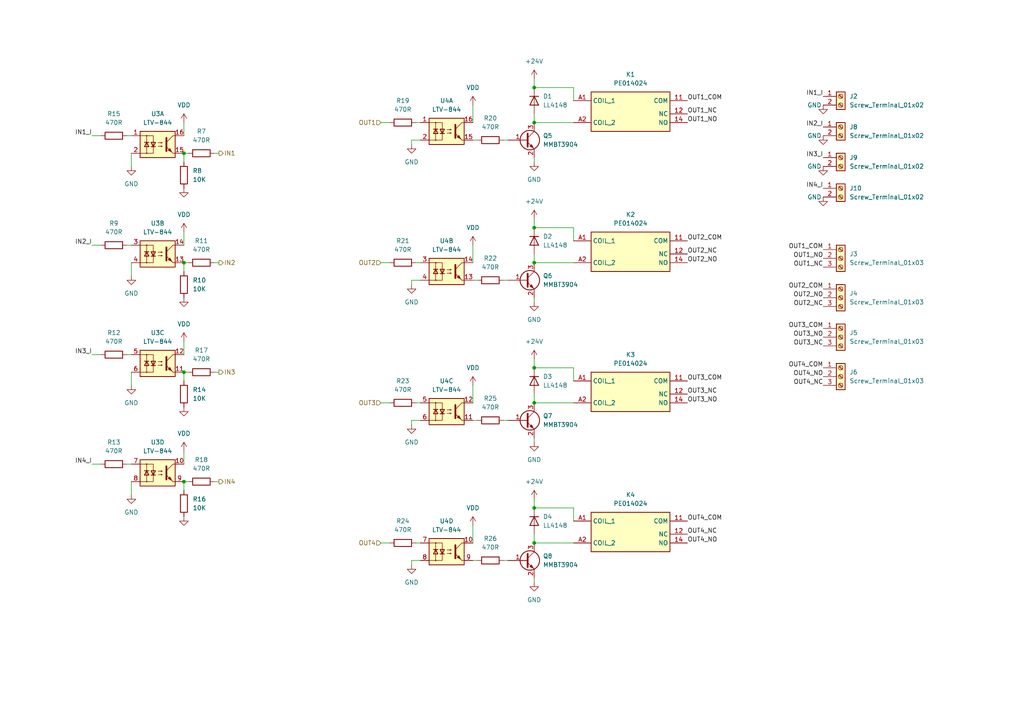
<source format=kicad_sch>
(kicad_sch (version 20230121) (generator eeschema)
  (paper "A4")
  (lib_symbols
    (symbol "Connector:Screw_Terminal_01x02" (pin_names (offset 1.016) hide)
      (property "Reference" "J" (at 0 2.54 0))
      (property "Value" "Screw_Terminal_01x02" (at 0 -5.08 0))
      (symbol "Screw_Terminal_01x02_1_1"
        (rectangle (start -1.27 1.27) (end 1.27 -3.81) (stroke (width 0.254)) (fill (type background)))
        (circle (center 0 -2.54) (radius 0.635) (stroke (width 0.1524)))
        (polyline (pts (xy -0.5334 -2.2098) (xy 0.3302 -3.048)) (stroke (width 0.1524)))
        (polyline (pts (xy -0.5334 0.3302) (xy 0.3302 -0.508)) (stroke (width 0.1524)))
        (polyline (pts (xy -0.3556 -2.032) (xy 0.508 -2.8702)) (stroke (width 0.1524)))
        (polyline (pts (xy -0.3556 0.508) (xy 0.508 -0.3302)) (stroke (width 0.1524)))
        (circle (center 0 0) (radius 0.635) (stroke (width 0.1524)))
        (pin passive line (at -5.08 0 0) (length 3.81) (name "Pin_1") (number "1"))
        (pin passive line (at -5.08 -2.54 0) (length 3.81) (name "Pin_2") (number "2"))
      )
    )
    (symbol "Connector:Screw_Terminal_01x03" (pin_names (offset 1.016) hide)
      (property "Reference" "J" (at 0 5.08 0))
      (property "Value" "Screw_Terminal_01x03" (at 0 -5.08 0))
      (symbol "Screw_Terminal_01x03_1_1"
        (rectangle (start -1.27 3.81) (end 1.27 -3.81) (stroke (width 0.254)) (fill (type background)))
        (circle (center 0 -2.54) (radius 0.635) (stroke (width 0.1524)))
        (polyline (pts (xy -0.5334 -2.2098) (xy 0.3302 -3.048)) (stroke (width 0.1524)))
        (polyline (pts (xy -0.5334 0.3302) (xy 0.3302 -0.508)) (stroke (width 0.1524)))
        (polyline (pts (xy -0.5334 2.8702) (xy 0.3302 2.032)) (stroke (width 0.1524)))
        (polyline (pts (xy -0.3556 -2.032) (xy 0.508 -2.8702)) (stroke (width 0.1524)))
        (polyline (pts (xy -0.3556 0.508) (xy 0.508 -0.3302)) (stroke (width 0.1524)))
        (polyline (pts (xy -0.3556 3.048) (xy 0.508 2.2098)) (stroke (width 0.1524)))
        (circle (center 0 0) (radius 0.635) (stroke (width 0.1524)))
        (circle (center 0 2.54) (radius 0.635) (stroke (width 0.1524)))
        (pin passive line (at -5.08 2.54 0) (length 3.81) (name "Pin_1") (number "1"))
        (pin passive line (at -5.08 0 0) (length 3.81) (name "Pin_2") (number "2"))
        (pin passive line (at -5.08 -2.54 0) (length 3.81) (name "Pin_3") (number "3"))
      )
    )
    (symbol "Device:R" (pin_numbers hide) (pin_names (offset 0))
      (property "Reference" "R" (at 2.032 0 90))
      (property "Value" "R" (at 0 0 90))
      (symbol "R_0_1"
        (rectangle (start -1.016 -2.54) (end 1.016 2.54) (stroke (width 0.254)))
      )
      (symbol "R_1_1"
        (pin passive line (at 0 3.81 270) (length 1.27) (name "~") (number "1"))
        (pin passive line (at 0 -3.81 90) (length 1.27) (name "~") (number "2"))
      )
    )
    (symbol "Diode:LL4148" (pin_numbers hide) (pin_names hide)
      (property "Reference" "D" (at 0 2.54 0))
      (property "Value" "LL4148" (at 0 -2.54 0))
      (symbol "LL4148_0_1"
        (polyline (pts (xy -1.27 1.27) (xy -1.27 -1.27)) (stroke (width 0.254)))
        (polyline (pts (xy 1.27 0) (xy -1.27 0)))
        (polyline (pts (xy 1.27 1.27) (xy 1.27 -1.27) (xy -1.27 0) (xy 1.27 1.27)) (stroke (width 0.254)))
      )
      (symbol "LL4148_1_1"
        (pin passive line (at -3.81 0 0) (length 2.54) (name "K") (number "1"))
        (pin passive line (at 3.81 0 180) (length 2.54) (name "A") (number "2"))
      )
    )
    (symbol "Isolator:LTV-844" (pin_names (offset 1.016))
      (property "Reference" "U" (at -5.08 5.08 0))
      (property "Value" "LTV-844" (at 0 5.08 0))
      (symbol "LTV-844_0_1"
        (rectangle (start -5.08 3.81) (end 5.08 -3.81) (stroke (width 0.254)) (fill (type background)))
        (circle (center -3.175 -2.54) (radius 0.127))
        (circle (center -3.175 2.54) (radius 0.127))
        (polyline (pts (xy -3.81 0.635) (xy -2.54 0.635)) (stroke (width 0.254)))
        (polyline (pts (xy -3.175 0.635) (xy -3.175 -2.54)))
        (polyline (pts (xy -3.175 0.635) (xy -3.175 2.54)))
        (polyline (pts (xy -1.905 -0.635) (xy -0.635 -0.635)) (stroke (width 0.254)))
        (polyline (pts (xy 2.54 0.635) (xy 4.445 2.54)))
        (polyline (pts (xy 4.445 -2.54) (xy 2.54 -0.635)) (fill (type outline)))
        (polyline (pts (xy 4.445 -2.54) (xy 5.08 -2.54)))
        (polyline (pts (xy 4.445 2.54) (xy 5.08 2.54)))
        (polyline (pts (xy -5.08 2.54) (xy -1.27 2.54) (xy -1.27 -0.635)))
        (polyline (pts (xy -1.27 -0.635) (xy -1.27 -2.54) (xy -5.08 -2.54)))
        (polyline (pts (xy 2.54 1.905) (xy 2.54 -1.905) (xy 2.54 -1.905)) (stroke (width 0.508)))
        (polyline (pts (xy -3.175 0.635) (xy -3.81 -0.635) (xy -2.54 -0.635) (xy -3.175 0.635)) (stroke (width 0.254)))
        (polyline (pts (xy -1.27 -0.635) (xy -1.905 0.635) (xy -0.635 0.635) (xy -1.27 -0.635)) (stroke (width 0.254)))
        (polyline (pts (xy 0.127 -0.508) (xy 1.397 -0.508) (xy 1.016 -0.635) (xy 1.016 -0.381) (xy 1.397 -0.508)))
        (polyline (pts (xy 0.127 0.508) (xy 1.397 0.508) (xy 1.016 0.381) (xy 1.016 0.635) (xy 1.397 0.508)))
        (polyline (pts (xy 3.048 -1.651) (xy 3.556 -1.143) (xy 4.064 -2.159) (xy 3.048 -1.651) (xy 3.048 -1.651)) (fill (type outline)))
      )
      (symbol "LTV-844_1_1"
        (pin passive line (at -7.62 2.54 0) (length 2.54) (name "~") (number "1"))
        (pin passive line (at 7.62 -2.54 180) (length 2.54) (name "~") (number "15"))
        (pin passive line (at 7.62 2.54 180) (length 2.54) (name "~") (number "16"))
        (pin passive line (at -7.62 -2.54 0) (length 2.54) (name "~") (number "2"))
      )
      (symbol "LTV-844_2_1"
        (pin passive line (at 7.62 -2.54 180) (length 2.54) (name "~") (number "13"))
        (pin passive line (at 7.62 2.54 180) (length 2.54) (name "~") (number "14"))
        (pin passive line (at -7.62 2.54 0) (length 2.54) (name "~") (number "3"))
        (pin passive line (at -7.62 -2.54 0) (length 2.54) (name "~") (number "4"))
      )
      (symbol "LTV-844_3_1"
        (pin passive line (at 7.62 -2.54 180) (length 2.54) (name "~") (number "11"))
        (pin passive line (at 7.62 2.54 180) (length 2.54) (name "~") (number "12"))
        (pin passive line (at -7.62 2.54 0) (length 2.54) (name "~") (number "5"))
        (pin passive line (at -7.62 -2.54 0) (length 2.54) (name "~") (number "6"))
      )
      (symbol "LTV-844_4_1"
        (pin passive line (at 7.62 2.54 180) (length 2.54) (name "~") (number "10"))
        (pin passive line (at -7.62 2.54 0) (length 2.54) (name "~") (number "7"))
        (pin passive line (at -7.62 -2.54 0) (length 2.54) (name "~") (number "8"))
        (pin passive line (at 7.62 -2.54 180) (length 2.54) (name "~") (number "9"))
      )
    )
    (symbol "PE014024_2"
      (property "Reference" "K1" (at 16.51 7.62 0))
      (property "Value" "PE014024" (at 16.51 5.08 0))
      (symbol "PE014024_2_1_1"
        (rectangle (start 5.08 2.54) (end 27.94 -8.89) (stroke (width 0.254)) (fill (type background)))
        (pin passive line (at 33.02 0 180) (length 5.08) (name "COM") (number "11"))
        (pin passive line (at 33.02 -3.81 180) (length 5.08) (name "NC") (number "12"))
        (pin passive line (at 33.02 -6.35 180) (length 5.08) (name "NO") (number "14"))
        (pin passive line (at 0 0 0) (length 5.08) (name "COIL_1") (number "A1"))
        (pin passive line (at 0 -6.35 0) (length 5.08) (name "COIL_2") (number "A2"))
      )
    )
    (symbol "Transistor_BJT:MMBT3904" (pin_names (offset 0) hide)
      (property "Reference" "Q" (at 5.08 1.905 0))
      (property "Value" "MMBT3904" (at 5.08 0 0))
      (symbol "MMBT3904_0_1"
        (polyline (pts (xy 0.635 0.635) (xy 2.54 2.54)))
        (polyline (pts (xy 0.635 -0.635) (xy 2.54 -2.54) (xy 2.54 -2.54)))
        (polyline (pts (xy 0.635 1.905) (xy 0.635 -1.905) (xy 0.635 -1.905)) (stroke (width 0.508)))
        (polyline (pts (xy 1.27 -1.778) (xy 1.778 -1.27) (xy 2.286 -2.286) (xy 1.27 -1.778) (xy 1.27 -1.778)) (fill (type outline)))
        (circle (center 1.27 0) (radius 2.8194) (stroke (width 0.254)))
      )
      (symbol "MMBT3904_1_1"
        (pin input line (at -5.08 0 0) (length 5.715) (name "B") (number "1"))
        (pin passive line (at 2.54 -5.08 90) (length 2.54) (name "E") (number "2"))
        (pin passive line (at 2.54 5.08 270) (length 2.54) (name "C") (number "3"))
      )
    )
    (symbol "power:+24V" (power) (pin_names (offset 0))
      (property "Value" "+24V" (at 0 3.556 0))
      (symbol "+24V_0_1"
        (polyline (pts (xy -0.762 1.27) (xy 0 2.54)))
        (polyline (pts (xy 0 0) (xy 0 2.54)))
        (polyline (pts (xy 0 2.54) (xy 0.762 1.27)))
      )
      (symbol "+24V_1_1"
        (pin power_in line (at 0 0 90) (length 0) hide (name "+24V") (number "1"))
      )
    )
    (symbol "power:GND" (power) (pin_names (offset 0))
      (property "Value" "GND" (at 0 -3.81 0))
      (symbol "GND_0_1"
        (polyline (pts (xy 0 0) (xy 0 -1.27) (xy 1.27 -1.27) (xy 0 -2.54) (xy -1.27 -1.27) (xy 0 -1.27)))
      )
      (symbol "GND_1_1"
        (pin power_in line (at 0 0 270) (length 0) hide (name "GND") (number "1"))
      )
    )
    (symbol "power:VDD" (power) (pin_names (offset 0))
      (property "Value" "VDD" (at 0 3.81 0))
      (symbol "VDD_0_1"
        (polyline (pts (xy -0.762 1.27) (xy 0 2.54)))
        (polyline (pts (xy 0 0) (xy 0 2.54)))
        (polyline (pts (xy 0 2.54) (xy 0.762 1.27)))
      )
      (symbol "VDD_1_1"
        (pin power_in line (at 0 0 90) (length 0) hide (name "VDD") (number "1"))
      )
    )
  )
  (junction (at 154.94 35.56))
  (junction (at 154.94 76.2))
  (junction (at 154.94 157.48))
  (junction (at 154.94 66.04))
  (junction (at 53.34 44.45))
  (junction (at 154.94 106.68))
  (junction (at 53.34 76.2))
  (junction (at 154.94 147.32))
  (junction (at 154.94 25.4))
  (junction (at 53.34 107.95))
  (junction (at 154.94 116.84))
  (junction (at 53.34 139.7))
  (wire (pts (xy 154.94 46.99) (xy 154.94 45.72)))
  (wire (pts (xy 110.49 35.56) (xy 113.03 35.56)))
  (wire (pts (xy 154.94 168.91) (xy 154.94 167.64)))
  (wire (pts (xy 36.83 102.87) (xy 38.1 102.87)))
  (wire (pts (xy 62.23 139.7) (xy 63.5 139.7)))
  (wire (pts (xy 53.34 139.7) (xy 54.61 139.7)))
  (wire (pts (xy 154.94 33.02) (xy 154.94 35.56)))
  (wire (pts (xy 36.83 134.62) (xy 38.1 134.62)))
  (wire (pts (xy 53.34 44.45) (xy 54.61 44.45)))
  (wire (pts (xy 53.34 35.56) (xy 53.34 39.37)))
  (wire (pts (xy 154.94 73.66) (xy 154.94 76.2)))
  (wire (pts (xy 119.38 121.92) (xy 119.38 123.19)))
  (wire (pts (xy 53.34 99.06) (xy 53.34 102.87)))
  (wire (pts (xy 146.05 121.92) (xy 147.32 121.92)))
  (wire (pts (xy 38.1 107.95) (xy 38.1 111.76)))
  (wire (pts (xy 154.94 106.68) (xy 166.37 106.68)))
  (wire (pts (xy 53.34 107.95) (xy 54.61 107.95)))
  (wire (pts (xy 53.34 76.2) (xy 53.34 78.74)))
  (wire (pts (xy 121.92 40.64) (xy 119.38 40.64)))
  (wire (pts (xy 36.83 39.37) (xy 38.1 39.37)))
  (wire (pts (xy 154.94 128.27) (xy 154.94 127)))
  (wire (pts (xy 120.65 116.84) (xy 121.92 116.84)))
  (wire (pts (xy 53.34 139.7) (xy 53.34 142.24)))
  (wire (pts (xy 26.67 71.12) (xy 29.21 71.12)))
  (wire (pts (xy 26.67 134.62) (xy 29.21 134.62)))
  (wire (pts (xy 53.34 44.45) (xy 53.34 46.99)))
  (wire (pts (xy 120.65 76.2) (xy 121.92 76.2)))
  (wire (pts (xy 137.16 30.48) (xy 137.16 35.56)))
  (wire (pts (xy 137.16 121.92) (xy 138.43 121.92)))
  (wire (pts (xy 26.67 102.87) (xy 29.21 102.87)))
  (wire (pts (xy 119.38 40.64) (xy 119.38 41.91)))
  (wire (pts (xy 53.34 67.31) (xy 53.34 71.12)))
  (wire (pts (xy 154.94 144.78) (xy 154.94 147.32)))
  (wire (pts (xy 119.38 162.56) (xy 119.38 163.83)))
  (wire (pts (xy 137.16 71.12) (xy 137.16 76.2)))
  (wire (pts (xy 154.94 157.48) (xy 166.37 157.48)))
  (wire (pts (xy 137.16 152.4) (xy 137.16 157.48)))
  (wire (pts (xy 146.05 40.64) (xy 147.32 40.64)))
  (wire (pts (xy 154.94 87.63) (xy 154.94 86.36)))
  (wire (pts (xy 154.94 76.2) (xy 166.37 76.2)))
  (wire (pts (xy 121.92 121.92) (xy 119.38 121.92)))
  (wire (pts (xy 121.92 162.56) (xy 119.38 162.56)))
  (wire (pts (xy 110.49 76.2) (xy 113.03 76.2)))
  (wire (pts (xy 38.1 76.2) (xy 38.1 80.01)))
  (wire (pts (xy 120.65 35.56) (xy 121.92 35.56)))
  (wire (pts (xy 110.49 157.48) (xy 113.03 157.48)))
  (wire (pts (xy 146.05 162.56) (xy 147.32 162.56)))
  (wire (pts (xy 146.05 81.28) (xy 147.32 81.28)))
  (wire (pts (xy 166.37 25.4) (xy 166.37 29.21)))
  (wire (pts (xy 166.37 66.04) (xy 166.37 69.85)))
  (wire (pts (xy 110.49 116.84) (xy 113.03 116.84)))
  (wire (pts (xy 119.38 81.28) (xy 119.38 82.55)))
  (wire (pts (xy 154.94 35.56) (xy 166.37 35.56)))
  (wire (pts (xy 38.1 44.45) (xy 38.1 48.26)))
  (wire (pts (xy 166.37 147.32) (xy 166.37 151.13)))
  (wire (pts (xy 154.94 116.84) (xy 166.37 116.84)))
  (wire (pts (xy 53.34 130.81) (xy 53.34 134.62)))
  (wire (pts (xy 154.94 147.32) (xy 166.37 147.32)))
  (wire (pts (xy 38.1 139.7) (xy 38.1 143.51)))
  (wire (pts (xy 62.23 76.2) (xy 63.5 76.2)))
  (wire (pts (xy 154.94 25.4) (xy 166.37 25.4)))
  (wire (pts (xy 137.16 111.76) (xy 137.16 116.84)))
  (wire (pts (xy 53.34 76.2) (xy 54.61 76.2)))
  (wire (pts (xy 36.83 71.12) (xy 38.1 71.12)))
  (wire (pts (xy 154.94 104.14) (xy 154.94 106.68)))
  (wire (pts (xy 62.23 44.45) (xy 63.5 44.45)))
  (wire (pts (xy 154.94 114.3) (xy 154.94 116.84)))
  (wire (pts (xy 121.92 81.28) (xy 119.38 81.28)))
  (wire (pts (xy 154.94 66.04) (xy 166.37 66.04)))
  (wire (pts (xy 53.34 107.95) (xy 53.34 110.49)))
  (wire (pts (xy 26.67 39.37) (xy 29.21 39.37)))
  (wire (pts (xy 154.94 22.86) (xy 154.94 25.4)))
  (wire (pts (xy 137.16 40.64) (xy 138.43 40.64)))
  (wire (pts (xy 137.16 162.56) (xy 138.43 162.56)))
  (wire (pts (xy 120.65 157.48) (xy 121.92 157.48)))
  (wire (pts (xy 154.94 154.94) (xy 154.94 157.48)))
  (wire (pts (xy 137.16 81.28) (xy 138.43 81.28)))
  (wire (pts (xy 166.37 106.68) (xy 166.37 110.49)))
  (wire (pts (xy 154.94 63.5) (xy 154.94 66.04)))
  (wire (pts (xy 62.23 107.95) (xy 63.5 107.95)))
  (label "OUT3_COM" (at 199.39 110.49 0))
  (label "IN3_I" (at 26.67 102.87 180))
  (label "OUT2_NO" (at 199.39 76.2 0))
  (label "IN2_I" (at 26.67 71.12 180))
  (label "OUT4_NO" (at 199.39 157.48 0))
  (label "IN2_I" (at 238.76 36.83 180))
  (label "OUT1_NC" (at 238.76 77.47 180))
  (label "OUT2_NC" (at 238.76 88.9 180))
  (label "OUT4_NC" (at 199.39 154.94 0))
  (label "OUT1_NC" (at 199.39 33.02 0))
  (label "IN1_I" (at 26.67 39.37 180))
  (label "OUT1_NO" (at 199.39 35.56 0))
  (label "OUT2_NO" (at 238.76 86.36 180))
  (label "OUT1_NO" (at 238.76 74.93 180))
  (label "OUT3_NO" (at 238.76 97.79 180))
  (label "OUT2_NC" (at 199.39 73.66 0))
  (label "OUT4_NO" (at 238.76 109.22 180))
  (label "IN4_I" (at 26.67 134.62 180))
  (label "OUT4_COM" (at 199.39 151.13 0))
  (label "OUT4_COM" (at 238.76 106.68 180))
  (label "OUT3_NO" (at 199.39 116.84 0))
  (label "OUT1_COM" (at 238.76 72.39 180))
  (label "OUT4_NC" (at 238.76 111.76 180))
  (label "OUT3_NC" (at 199.39 114.3 0))
  (label "OUT2_COM" (at 199.39 69.85 0))
  (label "OUT3_NC" (at 238.76 100.33 180))
  (label "IN3_I" (at 238.76 45.72 180))
  (label "IN1_I" (at 238.76 27.94 180))
  (label "OUT2_COM" (at 238.76 83.82 180))
  (label "OUT3_COM" (at 238.76 95.25 180))
  (label "IN4_I" (at 238.76 54.61 180))
  (label "OUT1_COM" (at 199.39 29.21 0))
  (hierarchical_label "OUT2" (shape input) (at 110.49 76.2 180))
  (hierarchical_label "IN4" (shape output) (at 63.5 139.7 0))
  (hierarchical_label "OUT3" (shape input) (at 110.49 116.84 180))
  (hierarchical_label "OUT1" (shape input) (at 110.49 35.56 180))
  (hierarchical_label "IN1" (shape output) (at 63.5 44.45 0))
  (hierarchical_label "IN2" (shape output) (at 63.5 76.2 0))
  (hierarchical_label "IN3" (shape output) (at 63.5 107.95 0))
  (hierarchical_label "OUT4" (shape input) (at 110.49 157.48 180))
  (symbol (lib_id "Device:R") (at 58.42 107.95 90) (unit 1)
    (property "Reference" "R17" (at 58.42 101.6 90))
    (property "Value" "470R" (at 58.42 104.14 90))
  )
  (symbol (lib_id "Device:R") (at 142.24 40.64 90) (unit 1)
    (property "Reference" "R20" (at 142.24 34.29 90))
    (property "Value" "470R" (at 142.24 36.83 90))
  )
  (symbol (lib_id "power:GND") (at 238.76 39.37 0) (unit 1)
    (property "Reference" "#PWR050" (effects hide))
    (property "Value" "GND" (at 236.22 39.37 0))
  )
  (symbol (lib_id "power:GND") (at 154.94 46.99 0) (unit 1)
    (property "Reference" "#PWR028" (effects hide))
    (property "Value" "GND" (at 154.94 52.07 0))
  )
  (symbol (lib_id "Connector:Screw_Terminal_01x02") (at 243.84 45.72 0) (unit 1)
    (property "Reference" "J9" (at 246.38 45.72 0) (effects (justify left)))
    (property "Value" "Screw_Terminal_01x02" (at 246.38 48.26 0) (effects (justify left)))
  )
  (symbol (lib_id "power:GND") (at 119.38 41.91 0) (unit 1)
    (property "Reference" "#PWR027" (effects hide))
    (property "Value" "GND" (at 119.38 46.99 0))
  )
  (symbol (lib_id "Device:R") (at 33.02 39.37 90) (unit 1)
    (property "Reference" "R15" (at 33.02 33.02 90))
    (property "Value" "470R" (at 33.02 35.56 90))
  )
  (symbol (lib_id "Transistor_BJT:MMBT3904") (at 152.4 121.92 0) (unit 1)
    (property "Reference" "Q7" (at 157.48 120.65 0) (effects (justify left)))
    (property "Value" "MMBT3904" (at 157.48 123.19 0) (effects (justify left)))
    (property "Footprint" "Package_TO_SOT_SMD:SOT-23" (effects hide))
    (property "Datasheet" "https://www.onsemi.com/pdf/datasheet/pzt3904-d.pdf" (effects hide))
  )
  (symbol (lib_id "power:GND") (at 238.76 48.26 0) (unit 1)
    (property "Reference" "#PWR051" (effects hide))
    (property "Value" "GND" (at 236.22 48.26 0))
  )
  (symbol (lib_id "Device:R") (at 53.34 146.05 0) (unit 1)
    (property "Reference" "R16" (at 55.88 144.78 0) (effects (justify left)))
    (property "Value" "10K" (at 55.88 147.32 0) (effects (justify left)))
  )
  (symbol (lib_id "Isolator:LTV-844") (at 45.72 73.66 0) (unit 2)
    (property "Reference" "U3" (at 45.72 64.77 0))
    (property "Value" "LTV-844" (at 45.72 67.31 0))
    (property "Footprint" "Package_DIP:DIP-16_W7.62mm" (effects hide))
    (property "Datasheet" "http://optoelectronics.liteon.com/upload/download/DS-70-96-0013/S_110_LTV-814%20824%20844%20(M,%20S,%20S-TA,%20S-TA1,%20S-TP)%20Series.pdf" (effects hide))
  )
  (symbol (lib_id "Connector:Screw_Terminal_01x02") (at 243.84 36.83 0) (unit 1)
    (property "Reference" "J8" (at 246.38 36.83 0) (effects (justify left)))
    (property "Value" "Screw_Terminal_01x02" (at 246.38 39.37 0) (effects (justify left)))
  )
  (symbol (lib_id "power:GND") (at 154.94 168.91 0) (unit 1)
    (property "Reference" "#PWR040" (effects hide))
    (property "Value" "GND" (at 154.94 173.99 0))
  )
  (symbol (lib_id "Device:R") (at 142.24 121.92 90) (unit 1)
    (property "Reference" "R25" (at 142.24 115.57 90))
    (property "Value" "470R" (at 142.24 118.11 90))
  )
  (symbol (lib_id "Device:R") (at 116.84 76.2 90) (unit 1)
    (property "Reference" "R21" (at 116.84 69.85 90))
    (property "Value" "470R" (at 116.84 72.39 90))
  )
  (symbol (lib_id "power:GND") (at 238.76 57.15 0) (unit 1)
    (property "Reference" "#PWR052" (effects hide))
    (property "Value" "GND" (at 236.22 57.15 0))
  )
  (symbol (lib_id "Diode:LL4148") (at 154.94 29.21 270) (unit 1)
    (property "Reference" "D1" (at 157.48 27.94 90) (effects (justify left)))
    (property "Value" "LL4148" (at 157.48 30.48 90) (effects (justify left)))
    (property "Footprint" "Diode_SMD:D_MiniMELF" (effects hide))
    (property "Datasheet" "http://www.vishay.com/docs/85557/ll4148.pdf" (effects hide))
    (property "Sim.Device" "D" (effects hide))
    (property "Sim.Pins" "1=K 2=A" (effects hide))
  )
  (symbol (lib_id "Connector:Screw_Terminal_01x03") (at 243.84 86.36 0) (unit 1)
    (property "Reference" "J4" (at 246.38 85.09 0) (effects (justify left)))
    (property "Value" "Screw_Terminal_01x03" (at 246.38 87.63 0) (effects (justify left)))
  )
  (symbol (lib_id "power:VDD") (at 137.16 71.12 0) (unit 1)
    (property "Reference" "#PWR030" (effects hide))
    (property "Value" "VDD" (at 137.16 66.04 0))
  )
  (symbol (lib_id "Connector:Screw_Terminal_01x03") (at 243.84 74.93 0) (unit 1)
    (property "Reference" "J3" (at 246.38 73.66 0) (effects (justify left)))
    (property "Value" "Screw_Terminal_01x03" (at 246.38 76.2 0) (effects (justify left)))
  )
  (symbol (lib_id "Device:R") (at 142.24 162.56 90) (unit 1)
    (property "Reference" "R26" (at 142.24 156.21 90))
    (property "Value" "470R" (at 142.24 158.75 90))
  )
  (symbol (lib_id "Connector:Screw_Terminal_01x02") (at 243.84 54.61 0) (unit 1)
    (property "Reference" "J10" (at 246.38 54.61 0) (effects (justify left)))
    (property "Value" "Screw_Terminal_01x02" (at 246.38 57.15 0) (effects (justify left)))
  )
  (symbol (lib_id "Diode:LL4148") (at 154.94 110.49 270) (unit 1)
    (property "Reference" "D3" (at 157.48 109.22 90) (effects (justify left)))
    (property "Value" "LL4148" (at 157.48 111.76 90) (effects (justify left)))
    (property "Footprint" "Diode_SMD:D_MiniMELF" (effects hide))
    (property "Datasheet" "http://www.vishay.com/docs/85557/ll4148.pdf" (effects hide))
    (property "Sim.Device" "D" (effects hide))
    (property "Sim.Pins" "1=K 2=A" (effects hide))
  )
  (symbol (lib_id "Device:R") (at 58.42 139.7 90) (unit 1)
    (property "Reference" "R18" (at 58.42 133.35 90))
    (property "Value" "470R" (at 58.42 135.89 90))
  )
  (symbol (lib_id "Device:R") (at 142.24 81.28 90) (unit 1)
    (property "Reference" "R22" (at 142.24 74.93 90))
    (property "Value" "470R" (at 142.24 77.47 90))
  )
  (symbol (lib_id "Diode:LL4148") (at 154.94 69.85 270) (unit 1)
    (property "Reference" "D2" (at 157.48 68.58 90) (effects (justify left)))
    (property "Value" "LL4148" (at 157.48 71.12 90) (effects (justify left)))
    (property "Footprint" "Diode_SMD:D_MiniMELF" (effects hide))
    (property "Datasheet" "http://www.vishay.com/docs/85557/ll4148.pdf" (effects hide))
    (property "Sim.Device" "D" (effects hide))
    (property "Sim.Pins" "1=K 2=A" (effects hide))
  )
  (symbol (lib_id "Transistor_BJT:MMBT3904") (at 152.4 81.28 0) (unit 1)
    (property "Reference" "Q6" (at 157.48 80.01 0) (effects (justify left)))
    (property "Value" "MMBT3904" (at 157.48 82.55 0) (effects (justify left)))
    (property "Footprint" "Package_TO_SOT_SMD:SOT-23" (effects hide))
    (property "Datasheet" "https://www.onsemi.com/pdf/datasheet/pzt3904-d.pdf" (effects hide))
  )
  (symbol (lib_id "Transistor_BJT:MMBT3904") (at 152.4 162.56 0) (unit 1)
    (property "Reference" "Q8" (at 157.48 161.29 0) (effects (justify left)))
    (property "Value" "MMBT3904" (at 157.48 163.83 0) (effects (justify left)))
    (property "Footprint" "Package_TO_SOT_SMD:SOT-23" (effects hide))
    (property "Datasheet" "https://www.onsemi.com/pdf/datasheet/pzt3904-d.pdf" (effects hide))
  )
  (symbol (lib_id "Isolator:LTV-844") (at 129.54 38.1 0) (unit 1)
    (property "Reference" "U4" (at 129.54 29.21 0))
    (property "Value" "LTV-844" (at 129.54 31.75 0))
    (property "Footprint" "Package_DIP:DIP-16_W7.62mm" (effects hide))
    (property "Datasheet" "http://optoelectronics.liteon.com/upload/download/DS-70-96-0013/S_110_LTV-814%20824%20844%20(M,%20S,%20S-TA,%20S-TA1,%20S-TP)%20Series.pdf" (effects hide))
  )
  (symbol (lib_name "PE014024_2") (lib_id "PE014024:PE014024") (at 166.37 151.13 0) (unit 1)
    (property "Reference" "K4" (at 182.88 143.51 0))
    (property "Value" "PE014024" (at 182.88 146.05 0))
    (property "Footprint" "PE014024" (effects hide))
    (property "Datasheet" "https://datasheet.datasheetarchive.com/originals/distributors/Datasheets_SAMA/ae4d33368f63114f5349d314fffec2b6.pdf" (effects hide))
    (property "Height" "10" (effects hide))
    (property "Mouser Part Number" "655-PE014024" (effects hide))
    (property "Mouser Price/Stock" "https://www.mouser.co.uk/ProductDetail/TE-Connectivity-PB/PE014024?qs=W847AxTQu3Iig55VFH1UmQ%3D%3D" (effects hide))
    (property "Manufacturer_Name" "TE Connectivity" (effects hide))
    (property "Manufacturer_Part_Number" "PE014024" (effects hide))
  )
  (symbol (lib_id "power:GND") (at 53.34 149.86 0) (unit 1)
    (property "Reference" "#PWR048" (effects hide))
    (property "Value" "GND" (effects hide))
  )
  (symbol (lib_id "Isolator:LTV-844") (at 45.72 105.41 0) (unit 3)
    (property "Reference" "U3" (at 45.72 96.52 0))
    (property "Value" "LTV-844" (at 45.72 99.06 0))
    (property "Footprint" "Package_DIP:DIP-16_W7.62mm" (effects hide))
    (property "Datasheet" "http://optoelectronics.liteon.com/upload/download/DS-70-96-0013/S_110_LTV-814%20824%20844%20(M,%20S,%20S-TA,%20S-TA1,%20S-TP)%20Series.pdf" (effects hide))
  )
  (symbol (lib_id "Isolator:LTV-844") (at 129.54 78.74 0) (unit 2)
    (property "Reference" "U4" (at 129.54 69.85 0))
    (property "Value" "LTV-844" (at 129.54 72.39 0))
    (property "Footprint" "Package_DIP:DIP-16_W7.62mm" (effects hide))
    (property "Datasheet" "http://optoelectronics.liteon.com/upload/download/DS-70-96-0013/S_110_LTV-814%20824%20844%20(M,%20S,%20S-TA,%20S-TA1,%20S-TP)%20Series.pdf" (effects hide))
  )
  (symbol (lib_id "Device:R") (at 53.34 114.3 0) (unit 1)
    (property "Reference" "R14" (at 55.88 113.03 0) (effects (justify left)))
    (property "Value" "10K" (at 55.88 115.57 0) (effects (justify left)))
  )
  (symbol (lib_id "power:GND") (at 119.38 163.83 0) (unit 1)
    (property "Reference" "#PWR034" (effects hide))
    (property "Value" "GND" (at 119.38 168.91 0))
  )
  (symbol (lib_id "power:GND") (at 53.34 118.11 0) (unit 1)
    (property "Reference" "#PWR046" (effects hide))
    (property "Value" "GND" (effects hide))
  )
  (symbol (lib_id "power:GND") (at 119.38 82.55 0) (unit 1)
    (property "Reference" "#PWR029" (effects hide))
    (property "Value" "GND" (at 119.38 87.63 0))
  )
  (symbol (lib_id "Device:R") (at 58.42 44.45 90) (unit 1)
    (property "Reference" "R7" (at 58.42 38.1 90))
    (property "Value" "470R" (at 58.42 40.64 90))
  )
  (symbol (lib_id "Isolator:LTV-844") (at 129.54 160.02 0) (unit 4)
    (property "Reference" "U4" (at 129.54 151.13 0))
    (property "Value" "LTV-844" (at 129.54 153.67 0))
    (property "Footprint" "Package_DIP:DIP-16_W7.62mm" (effects hide))
    (property "Datasheet" "http://optoelectronics.liteon.com/upload/download/DS-70-96-0013/S_110_LTV-814%20824%20844%20(M,%20S,%20S-TA,%20S-TA1,%20S-TP)%20Series.pdf" (effects hide))
  )
  (symbol (lib_id "power:VDD") (at 53.34 67.31 0) (unit 1)
    (property "Reference" "#PWR021" (effects hide))
    (property "Value" "VDD" (at 53.34 62.23 0))
  )
  (symbol (lib_id "power:GND") (at 119.38 123.19 0) (unit 1)
    (property "Reference" "#PWR033" (effects hide))
    (property "Value" "GND" (at 119.38 128.27 0))
  )
  (symbol (lib_name "PE014024_2") (lib_id "PE014024:PE014024") (at 166.37 110.49 0) (unit 1)
    (property "Reference" "K3" (at 182.88 102.87 0))
    (property "Value" "PE014024" (at 182.88 105.41 0))
    (property "Footprint" "PE014024" (effects hide))
    (property "Datasheet" "https://datasheet.datasheetarchive.com/originals/distributors/Datasheets_SAMA/ae4d33368f63114f5349d314fffec2b6.pdf" (effects hide))
    (property "Height" "10" (effects hide))
    (property "Mouser Part Number" "655-PE014024" (effects hide))
    (property "Mouser Price/Stock" "https://www.mouser.co.uk/ProductDetail/TE-Connectivity-PB/PE014024?qs=W847AxTQu3Iig55VFH1UmQ%3D%3D" (effects hide))
    (property "Manufacturer_Name" "TE Connectivity" (effects hide))
    (property "Manufacturer_Part_Number" "PE014024" (effects hide))
  )
  (symbol (lib_id "power:GND") (at 154.94 87.63 0) (unit 1)
    (property "Reference" "#PWR032" (effects hide))
    (property "Value" "GND" (at 154.94 92.71 0))
  )
  (symbol (lib_id "power:GND") (at 53.34 86.36 0) (unit 1)
    (property "Reference" "#PWR022" (effects hide))
    (property "Value" "GND" (effects hide))
  )
  (symbol (lib_id "power:GND") (at 38.1 111.76 0) (unit 1)
    (property "Reference" "#PWR023" (effects hide))
    (property "Value" "GND" (at 38.1 116.84 0))
  )
  (symbol (lib_id "power:+24V") (at 154.94 144.78 0) (unit 1)
    (property "Reference" "#PWR039" (effects hide))
    (property "Value" "+24V" (at 154.94 139.7 0))
  )
  (symbol (lib_id "Device:R") (at 53.34 82.55 0) (unit 1)
    (property "Reference" "R10" (at 55.88 81.28 0) (effects (justify left)))
    (property "Value" "10K" (at 55.88 83.82 0) (effects (justify left)))
  )
  (symbol (lib_name "PE014024_2") (lib_id "PE014024:PE014024") (at 166.37 69.85 0) (unit 1)
    (property "Reference" "K2" (at 182.88 62.23 0))
    (property "Value" "PE014024" (at 182.88 64.77 0))
    (property "Footprint" "PE014024" (effects hide))
    (property "Datasheet" "https://datasheet.datasheetarchive.com/originals/distributors/Datasheets_SAMA/ae4d33368f63114f5349d314fffec2b6.pdf" (effects hide))
    (property "Height" "10" (effects hide))
    (property "Mouser Part Number" "655-PE014024" (effects hide))
    (property "Mouser Price/Stock" "https://www.mouser.co.uk/ProductDetail/TE-Connectivity-PB/PE014024?qs=W847AxTQu3Iig55VFH1UmQ%3D%3D" (effects hide))
    (property "Manufacturer_Name" "TE Connectivity" (effects hide))
    (property "Manufacturer_Part_Number" "PE014024" (effects hide))
  )
  (symbol (lib_id "Device:R") (at 116.84 157.48 90) (unit 1)
    (property "Reference" "R24" (at 116.84 151.13 90))
    (property "Value" "470R" (at 116.84 153.67 90))
  )
  (symbol (lib_id "Device:R") (at 33.02 134.62 90) (unit 1)
    (property "Reference" "R13" (at 33.02 128.27 90))
    (property "Value" "470R" (at 33.02 130.81 90))
  )
  (symbol (lib_id "Device:R") (at 116.84 116.84 90) (unit 1)
    (property "Reference" "R23" (at 116.84 110.49 90))
    (property "Value" "470R" (at 116.84 113.03 90))
  )
  (symbol (lib_id "power:VDD") (at 137.16 30.48 0) (unit 1)
    (property "Reference" "#PWR026" (effects hide))
    (property "Value" "VDD" (at 137.16 25.4 0))
  )
  (symbol (lib_id "power:VDD") (at 137.16 111.76 0) (unit 1)
    (property "Reference" "#PWR035" (effects hide))
    (property "Value" "VDD" (at 137.16 106.68 0))
  )
  (symbol (lib_id "Isolator:LTV-844") (at 129.54 119.38 0) (unit 3)
    (property "Reference" "U4" (at 129.54 110.49 0))
    (property "Value" "LTV-844" (at 129.54 113.03 0))
    (property "Footprint" "Package_DIP:DIP-16_W7.62mm" (effects hide))
    (property "Datasheet" "http://optoelectronics.liteon.com/upload/download/DS-70-96-0013/S_110_LTV-814%20824%20844%20(M,%20S,%20S-TA,%20S-TA1,%20S-TP)%20Series.pdf" (effects hide))
  )
  (symbol (lib_id "Connector:Screw_Terminal_01x02") (at 243.84 27.94 0) (unit 1)
    (property "Reference" "J2" (at 246.38 27.94 0) (effects (justify left)))
    (property "Value" "Screw_Terminal_01x02" (at 246.38 30.48 0) (effects (justify left)))
  )
  (symbol (lib_id "Device:R") (at 53.34 50.8 0) (unit 1)
    (property "Reference" "R8" (at 55.88 49.53 0) (effects (justify left)))
    (property "Value" "10K" (at 55.88 52.07 0) (effects (justify left)))
  )
  (symbol (lib_id "Device:R") (at 33.02 71.12 90) (unit 1)
    (property "Reference" "R9" (at 33.02 64.77 90))
    (property "Value" "470R" (at 33.02 67.31 90))
  )
  (symbol (lib_id "power:GND") (at 38.1 143.51 0) (unit 1)
    (property "Reference" "#PWR024" (effects hide))
    (property "Value" "GND" (at 38.1 148.59 0))
  )
  (symbol (lib_id "Device:R") (at 58.42 76.2 90) (unit 1)
    (property "Reference" "R11" (at 58.42 69.85 90))
    (property "Value" "470R" (at 58.42 72.39 90))
  )
  (symbol (lib_id "Connector:Screw_Terminal_01x03") (at 243.84 109.22 0) (unit 1)
    (property "Reference" "J6" (at 246.38 107.95 0) (effects (justify left)))
    (property "Value" "Screw_Terminal_01x03" (at 246.38 110.49 0) (effects (justify left)))
  )
  (symbol (lib_id "power:VDD") (at 53.34 35.56 0) (unit 1)
    (property "Reference" "#PWR018" (effects hide))
    (property "Value" "VDD" (at 53.34 30.48 0))
  )
  (symbol (lib_id "power:GND") (at 38.1 48.26 0) (unit 1)
    (property "Reference" "#PWR017" (effects hide))
    (property "Value" "GND" (at 38.1 53.34 0))
  )
  (symbol (lib_id "power:GND") (at 38.1 80.01 0) (unit 1)
    (property "Reference" "#PWR020" (effects hide))
    (property "Value" "GND" (at 38.1 85.09 0))
  )
  (symbol (lib_id "power:VDD") (at 53.34 99.06 0) (unit 1)
    (property "Reference" "#PWR045" (effects hide))
    (property "Value" "VDD" (at 53.34 93.98 0))
  )
  (symbol (lib_id "power:VDD") (at 137.16 152.4 0) (unit 1)
    (property "Reference" "#PWR036" (effects hide))
    (property "Value" "VDD" (at 137.16 147.32 0))
  )
  (symbol (lib_id "power:GND") (at 53.34 54.61 0) (unit 1)
    (property "Reference" "#PWR019" (effects hide))
    (property "Value" "GND" (effects hide))
  )
  (symbol (lib_id "Transistor_BJT:MMBT3904") (at 152.4 40.64 0) (unit 1)
    (property "Reference" "Q5" (at 157.48 39.37 0) (effects (justify left)))
    (property "Value" "MMBT3904" (at 157.48 41.91 0) (effects (justify left)))
    (property "Footprint" "Package_TO_SOT_SMD:SOT-23" (effects hide))
    (property "Datasheet" "https://www.onsemi.com/pdf/datasheet/pzt3904-d.pdf" (effects hide))
  )
  (symbol (lib_id "Isolator:LTV-844") (at 45.72 41.91 0) (unit 1)
    (property "Reference" "U3" (at 45.72 33.02 0))
    (property "Value" "LTV-844" (at 45.72 35.56 0))
    (property "Footprint" "Package_DIP:DIP-16_W7.62mm" (effects hide))
    (property "Datasheet" "http://optoelectronics.liteon.com/upload/download/DS-70-96-0013/S_110_LTV-814%20824%20844%20(M,%20S,%20S-TA,%20S-TA1,%20S-TP)%20Series.pdf" (effects hide))
  )
  (symbol (lib_id "Device:R") (at 33.02 102.87 90) (unit 1)
    (property "Reference" "R12" (at 33.02 96.52 90))
    (property "Value" "470R" (at 33.02 99.06 90))
  )
  (symbol (lib_name "PE014024_2") (lib_id "PE014024:PE014024") (at 166.37 29.21 0) (unit 1)
    (property "Reference" "K1" (at 182.88 21.59 0))
    (property "Value" "PE014024" (at 182.88 24.13 0))
    (property "Footprint" "PE014024" (effects hide))
    (property "Datasheet" "https://datasheet.datasheetarchive.com/originals/distributors/Datasheets_SAMA/ae4d33368f63114f5349d314fffec2b6.pdf" (effects hide))
    (property "Height" "10" (effects hide))
    (property "Mouser Part Number" "655-PE014024" (effects hide))
    (property "Mouser Price/Stock" "https://www.mouser.co.uk/ProductDetail/TE-Connectivity-PB/PE014024?qs=W847AxTQu3Iig55VFH1UmQ%3D%3D" (effects hide))
    (property "Manufacturer_Name" "TE Connectivity" (effects hide))
    (property "Manufacturer_Part_Number" "PE014024" (effects hide))
  )
  (symbol (lib_id "power:GND") (at 238.76 30.48 0) (unit 1)
    (property "Reference" "#PWR09" (effects hide))
    (property "Value" "GND" (at 236.22 30.48 0))
  )
  (symbol (lib_id "power:GND") (at 154.94 128.27 0) (unit 1)
    (property "Reference" "#PWR038" (effects hide))
    (property "Value" "GND" (at 154.94 133.35 0))
  )
  (symbol (lib_id "power:+24V") (at 154.94 22.86 0) (unit 1)
    (property "Reference" "#PWR025" (effects hide))
    (property "Value" "+24V" (at 154.94 17.78 0))
  )
  (symbol (lib_id "power:+24V") (at 154.94 104.14 0) (unit 1)
    (property "Reference" "#PWR037" (effects hide))
    (property "Value" "+24V" (at 154.94 99.06 0))
  )
  (symbol (lib_id "Diode:LL4148") (at 154.94 151.13 270) (unit 1)
    (property "Reference" "D4" (at 157.48 149.86 90) (effects (justify left)))
    (property "Value" "LL4148" (at 157.48 152.4 90) (effects (justify left)))
    (property "Footprint" "Diode_SMD:D_MiniMELF" (effects hide))
    (property "Datasheet" "http://www.vishay.com/docs/85557/ll4148.pdf" (effects hide))
    (property "Sim.Device" "D" (effects hide))
    (property "Sim.Pins" "1=K 2=A" (effects hide))
  )
  (symbol (lib_id "Isolator:LTV-844") (at 45.72 137.16 0) (unit 4)
    (property "Reference" "U3" (at 45.72 128.27 0))
    (property "Value" "LTV-844" (at 45.72 130.81 0))
    (property "Footprint" "Package_DIP:DIP-16_W7.62mm" (effects hide))
    (property "Datasheet" "http://optoelectronics.liteon.com/upload/download/DS-70-96-0013/S_110_LTV-814%20824%20844%20(M,%20S,%20S-TA,%20S-TA1,%20S-TP)%20Series.pdf" (effects hide))
  )
  (symbol (lib_id "power:VDD") (at 53.34 130.81 0) (unit 1)
    (property "Reference" "#PWR047" (effects hide))
    (property "Value" "VDD" (at 53.34 125.73 0))
  )
  (symbol (lib_id "power:+24V") (at 154.94 63.5 0) (unit 1)
    (property "Reference" "#PWR031" (effects hide))
    (property "Value" "+24V" (at 154.94 58.42 0))
  )
  (symbol (lib_id "Device:R") (at 116.84 35.56 90) (unit 1)
    (property "Reference" "R19" (at 116.84 29.21 90))
    (property "Value" "470R" (at 116.84 31.75 90))
  )
  (symbol (lib_id "Connector:Screw_Terminal_01x03") (at 243.84 97.79 0) (unit 1)
    (property "Reference" "J5" (at 246.38 96.52 0) (effects (justify left)))
    (property "Value" "Screw_Terminal_01x03" (at 246.38 99.06 0) (effects (justify left)))
  )
)
</source>
